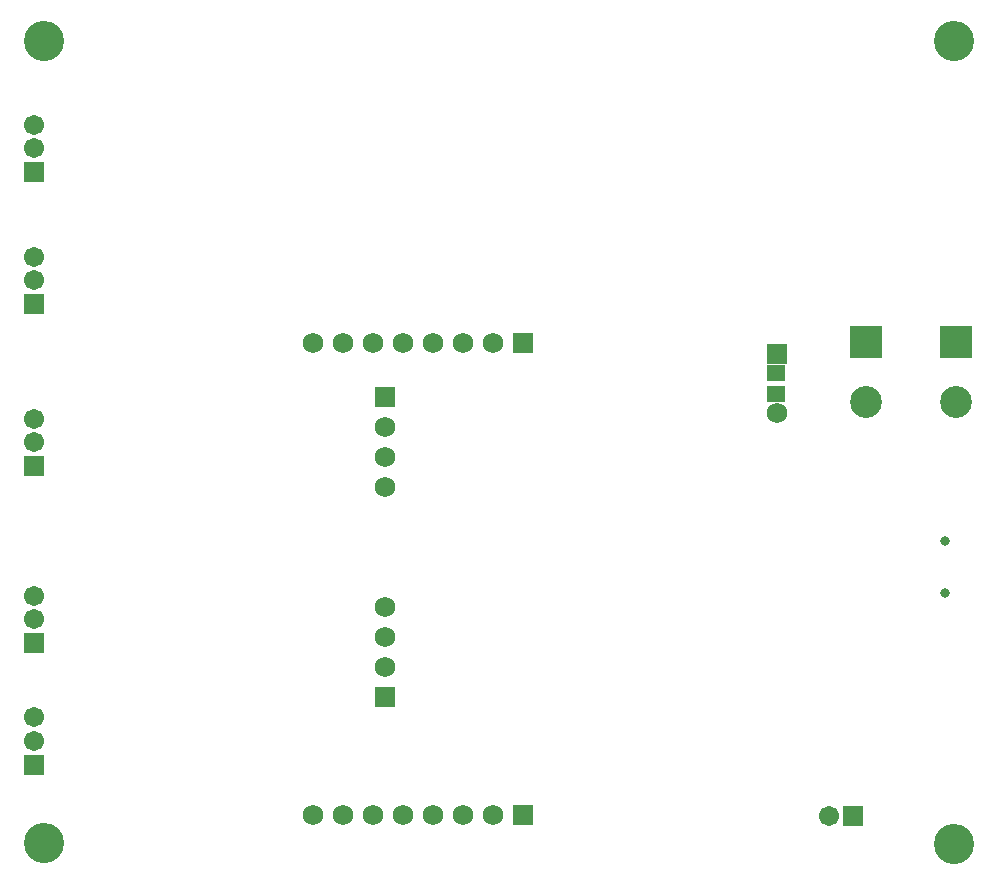
<source format=gbs>
G04 Layer_Color=16711935*
%FSLAX25Y25*%
%MOIN*%
G70*
G01*
G75*
%ADD67R,0.06115X0.05328*%
%ADD94C,0.13398*%
%ADD95R,0.06706X0.06706*%
%ADD96C,0.06706*%
%ADD97R,0.06706X0.06706*%
%ADD98R,0.10642X0.10642*%
%ADD99C,0.10642*%
%ADD100C,0.06800*%
%ADD101R,0.06800X0.06800*%
%ADD102R,0.06800X0.06800*%
%ADD103C,0.03162*%
D67*
X269587Y181595D02*
D03*
Y188484D02*
D03*
D94*
X25591Y299213D02*
D03*
X328740D02*
D03*
Y31496D02*
D03*
X25591Y31890D02*
D03*
D95*
X22047Y211417D02*
D03*
Y255512D02*
D03*
Y57874D02*
D03*
Y98425D02*
D03*
Y157480D02*
D03*
D96*
Y219291D02*
D03*
Y227165D02*
D03*
Y271260D02*
D03*
Y263386D02*
D03*
X287106Y40650D02*
D03*
X22047Y65748D02*
D03*
Y73622D02*
D03*
Y106299D02*
D03*
Y114173D02*
D03*
Y165354D02*
D03*
Y173228D02*
D03*
D97*
X294980Y40650D02*
D03*
D98*
X299528Y198819D02*
D03*
X329528D02*
D03*
D99*
X299528Y178819D02*
D03*
X329528D02*
D03*
D100*
X138976Y100551D02*
D03*
Y90551D02*
D03*
Y110551D02*
D03*
Y160394D02*
D03*
Y170394D02*
D03*
Y150394D02*
D03*
X115039Y40945D02*
D03*
X125039D02*
D03*
X135039D02*
D03*
X145039D02*
D03*
X165039D02*
D03*
X175039D02*
D03*
X155039D02*
D03*
X115039Y198425D02*
D03*
X125039D02*
D03*
X135039D02*
D03*
X145039D02*
D03*
X165039D02*
D03*
X175039D02*
D03*
X155039D02*
D03*
X269685Y175197D02*
D03*
D101*
X138976Y80551D02*
D03*
Y180394D02*
D03*
D102*
X185039Y40945D02*
D03*
Y198425D02*
D03*
X269685Y194882D02*
D03*
D103*
X325689Y115256D02*
D03*
Y132579D02*
D03*
M02*

</source>
